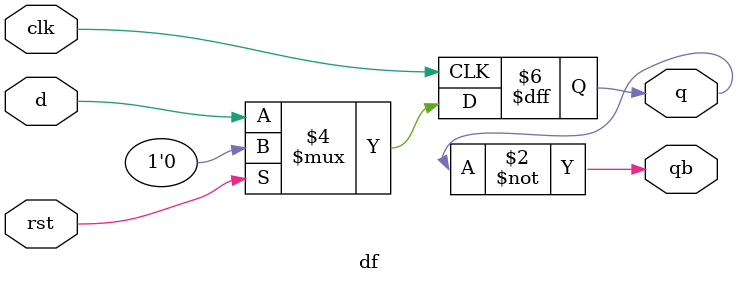
<source format=v>
module df(input clk,rst,d,
	output reg q,
	output qb);
always @ (posedge clk)
begin 
if (rst)
q<=4'b0;
else
q<=d;
end
assign qb=~q;
endmodule

</source>
